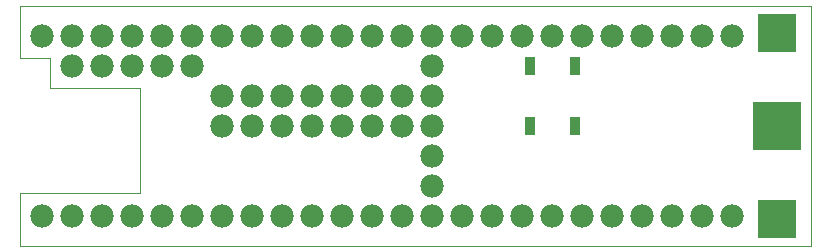
<source format=gts>
G75*
G70*
%OFA0B0*%
%FSLAX24Y24*%
%IPPOS*%
%LPD*%
%AMOC8*
5,1,8,0,0,1.08239X$1,22.5*
%
%ADD10C,0.0000*%
%ADD11C,0.0780*%
%ADD12R,0.0340X0.0640*%
%ADD13R,0.1600X0.1600*%
%ADD14R,0.1290X0.1290*%
D10*
X000300Y002893D02*
X000300Y004643D01*
X004050Y004643D01*
X004300Y004643D01*
X004300Y008143D01*
X002050Y008143D01*
X001300Y008143D01*
X001300Y009143D01*
X000300Y009143D01*
X000300Y010889D01*
X000300Y010893D01*
X000300Y010889D02*
X026670Y010889D01*
X026670Y002893D01*
X000300Y002893D01*
D11*
X001050Y003893D03*
X002050Y003893D03*
X003050Y003893D03*
X004050Y003893D03*
X005050Y003893D03*
X006050Y003893D03*
X007050Y003893D03*
X008050Y003893D03*
X009050Y003893D03*
X010050Y003893D03*
X011050Y003893D03*
X012050Y003893D03*
X013050Y003893D03*
X014050Y003893D03*
X015050Y003893D03*
X016050Y003893D03*
X017050Y003893D03*
X018050Y003893D03*
X019050Y003893D03*
X020050Y003893D03*
X021050Y003893D03*
X022050Y003893D03*
X023050Y003893D03*
X024050Y003893D03*
X014050Y004893D03*
X014050Y005893D03*
X014050Y006893D03*
X013050Y006893D03*
X012050Y006893D03*
X011050Y006893D03*
X010050Y006893D03*
X009050Y006893D03*
X008050Y006893D03*
X007050Y006893D03*
X007050Y007893D03*
X008050Y007893D03*
X009050Y007893D03*
X010050Y007893D03*
X011050Y007893D03*
X012050Y007893D03*
X013050Y007893D03*
X014050Y007893D03*
X014050Y008893D03*
X014050Y009893D03*
X015050Y009893D03*
X016050Y009893D03*
X017050Y009893D03*
X018050Y009893D03*
X019050Y009893D03*
X020050Y009893D03*
X021050Y009893D03*
X022050Y009893D03*
X023050Y009893D03*
X024050Y009893D03*
X013050Y009893D03*
X012050Y009893D03*
X011050Y009893D03*
X010050Y009893D03*
X009050Y009893D03*
X008050Y009893D03*
X007050Y009893D03*
X006050Y009893D03*
X005050Y009893D03*
X004050Y009893D03*
X003050Y009893D03*
X002050Y009893D03*
X001050Y009893D03*
X002050Y008893D03*
X003050Y008893D03*
X004050Y008893D03*
X005050Y008893D03*
X006050Y008893D03*
D12*
X017300Y008893D03*
X018800Y008893D03*
X018800Y006893D03*
X017300Y006893D03*
D13*
X025550Y006893D03*
D14*
X025550Y003793D03*
X025550Y009993D03*
M02*

</source>
